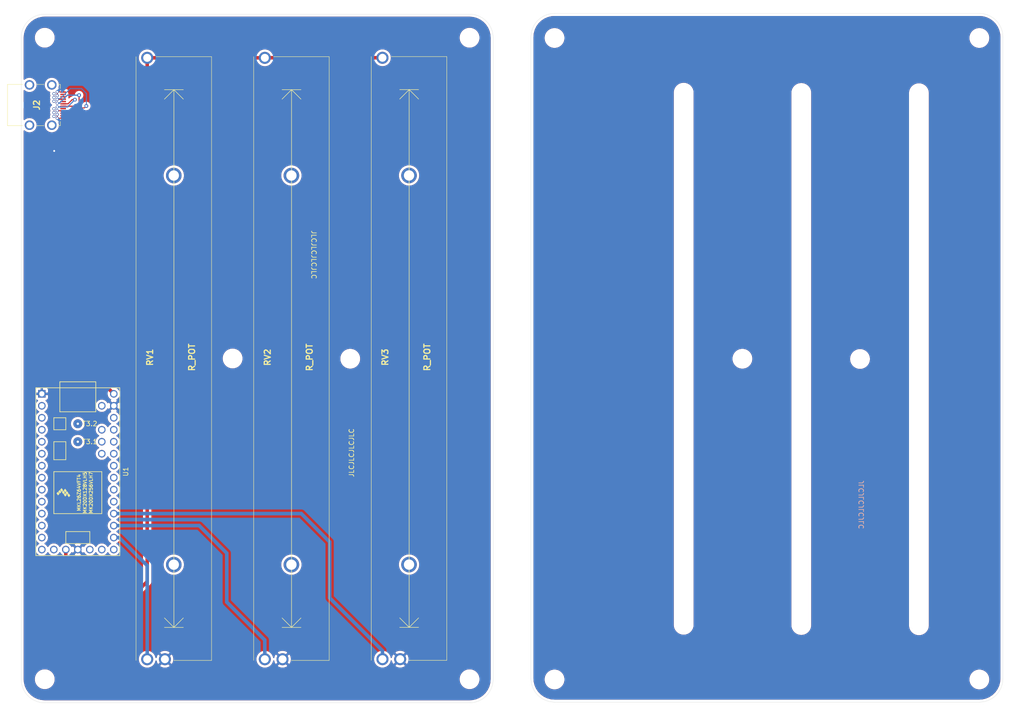
<source format=kicad_pcb>
(kicad_pcb (version 20211014) (generator pcbnew)
  (title_block (title "Faderbox 100mm") (date "2020-03-05") (rev "Rev 3"))
  (layers (0 "F.Cu" signal) (31 "B.Cu" signal) (34 "B.Paste" user) (35 "F.Paste" user) (36 "B.SilkS" user "B.Silkscreen") (37 "F.SilkS" user "F.Silkscreen") (38 "B.Mask" user) (39 "F.Mask" user) (44 "Edge.Cuts" user))
  (net 0 "")
  (net 1 "GND")
  (net 2 "+5V")
  (net 3 "Net-(U1-Pad18)")
  (net 4 "Net-(U1-Pad19)")
  (net 5 "Net-(U1-Pad20)")
  (net 6 "Net-(U1-Pad14)")
  (net 7 "Net-(U1-Pad24)")
  (net 8 "Net-(U1-Pad25)")
  (net 9 "Net-(U1-Pad26)")
  (net 10 "Net-(U1-Pad27)")
  (net 11 "Net-(U1-Pad28)")
  (net 12 "Net-(U1-Pad29)")
  (net 13 "Net-(U1-Pad30)")
  (net 14 "Net-(U1-Pad31)")
  (net 15 "Net-(U1-Pad34)")
  (net 16 "Net-(U1-Pad35)")
  (net 17 "Net-(U1-Pad36)")
  (net 18 "Net-(U1-Pad37)")
  (net 19 "Net-(U1-Pad13)")
  (net 20 "Net-(U1-Pad12)")
  (net 21 "Net-(U1-Pad11)")
  (net 22 "Net-(U1-Pad10)")
  (net 23 "Net-(U1-Pad9)")
  (net 24 "Net-(U1-Pad8)")
  (net 25 "Net-(U1-Pad7)")
  (net 26 "Net-(U1-Pad6)")
  (net 27 "Net-(U1-Pad5)")
  (net 28 "Net-(U1-Pad4)")
  (net 29 "Net-(U1-Pad3)")
  (net 30 "Net-(U1-Pad2)")
  (net 31 "/ADC_1")
  (net 32 "/ADC_2")
  (net 33 "/ADC_3")
  (net 34 "Net-(U1-Pad15)")
  (net 35 "/D+")
  (net 36 "/D-")
  (net 37 "Net-(J2-PadB11)")
  (net 38 "Net-(J2-PadB10)")
  (net 39 "Net-(J2-PadB8)")
  (net 40 "Net-(J2-PadB5)")
  (net 41 "Net-(J2-PadB3)")
  (net 42 "Net-(J2-PadB2)")
  (net 43 "Net-(J2-PadA11)")
  (net 44 "Net-(J2-PadA10)")
  (net 45 "Net-(J2-PadA8)")
  (net 46 "Net-(J2-PadA5)")
  (net 47 "Net-(J2-PadA3)")
  (net 48 "Net-(J2-PadA2)")
  (net 49 "Net-(J2-Pad8)")
  (net 50 "Net-(J2-Pad7)")
  (net 51 "Net-(J2-Pad6)")
  (net 52 "Net-(J2-Pad5)")
  (net 53 "Net-(J2-Pad4)")
  (net 54 "Net-(J2-Pad3)")
  (net 55 "+3V3")
  (footprint "SamacSys_Parts:632723300011" (layer "F.Cu") (at 88 59.27 -90)
    (fp_text reference "J2" (at 0 -0.3 90) (layer "F.SilkS") (effects (font (size 1.27 1.27) (thickness 0.254))))
    (fp_text value "632723300011" hide)
    (fp_line (start -4.37 -0.305) (end -4.37 -1.805) (layer "F.SilkS") (width 0.1))
    (fp_line (start -4.37 2.695) (end -4.37 5.895) (layer "F.SilkS") (width 0.1))
    (fp_line (start -4.37 -4.805) (end -4.37 -5.305) (layer "F.SilkS") (width 0.1))
    (fp_line (start -4.37 -5.305) (end -3.5 -5.305) (layer "F.SilkS") (width 0.1))
    (fp_line (start 4.37 -5.305) (end 3.5 -5.305) (layer "F.SilkS") (width 0.1))
    (fp_line (start -4.37 5.895) (end 4.37 5.895) (layer "F.SilkS") (width 0.1))
    (fp_line (start 4.37 5.895) (end 4.37 2.695) (layer "F.SilkS") (width 0.1))
    (fp_line (start 4.37 -4.805) (end 4.37 -5.305) (layer "F.SilkS") (width 0.1))
    (fp_line (start 4.37 -0.305) (end 4.37 -1.805) (layer "F.SilkS") (width 0.1))
    (pad "1" thru_hole circle locked (at 2 -4.645 270) (size 0.65 0.65) (drill 0.4) (layers *.Cu *.Mask) (net 1 "GND"))
    (pad "2" thru_hole circle locked (at -2 -4.645 270) (size 0.65 0.65) (drill 0.4) (layers *.Cu *.Mask) (net 1 "GND"))
    (pad "3" thru_hole circle locked (at 4.27 -3.495 270) (size 2.012 2.012) (drill 1.3416) (layers *.Cu *.Mask) (net 54 "Net-(J2-Pad3)"))
    (pad "4" thru_hole circle locked (at -4.27 -3.495 270) (size 2.012 2.012) (drill 1.3416) (layers *.Cu *.Mask) (net 53 "Net-(J2-Pad4)"))
    (pad "5" thru_hole circle locked (at 4.27 1.235 270) (size 2.012 2.012) (drill 1.3416) (layers *.Cu *.Mask) (net 52 "Net-(J2-Pad5)"))
    (pad "6" thru_hole circle locked (at -4.27 1.235 270) (size 2.012 2.012) (drill 1.3416) (layers *.Cu *.Mask) (net 51 "Net-(J2-Pad6)"))
    (pad "7" smd rect locked (at 0 -1.315 270) (size 0.2 1) (layers "F.Cu" "F.Paste" "F.Mask") (net 50 "Net-(J2-Pad7)"))
    (pad "8" smd rect locked (at 0 1.785 270) (size 0.2 1) (layers "F.Cu" "F.Paste" "F.Mask") (net 49 "Net-(J2-Pad8)"))
    (pad "A1" smd rect locked (at -2.75 -5.895 270) (size 0.3 1.2) (layers "F.Cu" "F.Paste" "F.Mask") (net 1 "GND"))
    (pad "A2" smd rect locked (at -2.25 -5.895 270) (size 0.3 1.2) (layers "F.Cu" "F.Paste" "F.Mask") (net 48 "Net-(J2-PadA2)"))
    (pad "A3" smd rect locked (at -1.75 -5.895 270) (size 0.3 1.2) (layers "F.Cu" "F.Paste" "F.Mask") (net 47 "Net-(J2-PadA3)"))
    (pad "A4" smd rect locked (at -1.25 -5.895 270) (size 0.3 1.2) (layers "F.Cu" "F.Paste" "F.Mask") (net 2 "+5V"))
    (pad "A5" smd rect locked (at -0.75 -5.895 270) (size 0.3 1.2) (layers "F.Cu" "F.Paste" "F.Mask") (net 46 "Net-(J2-PadA5)"))
    (pad "A6" smd rect locked (at -0.25 -5.895 270) (size 0.3 1.2) (layers "F.Cu" "F.Paste" "F.Mask") (net 35 "/D+"))
    (pad "A7" smd rect locked (at 0.25 -5.895 270) (size 0.3 1.2) (layers "F.Cu" "F.Paste" "F.Mask") (net 36 "/D-"))
    (pad "A8" smd rect locked (at 0.75 -5.895 270) (size 0.3 1.2) (layers "F.Cu" "F.Paste" "F.Mask") (net 45 "Net-(J2-PadA8)"))
    (pad "A9" smd rect locked (at 1.25 -5.895 270) (size 0.3 1.2) (layers "F.Cu" "F.Paste" "F.Mask") (net 2 "+5V"))
    (pad "A10" smd rect locked (at 1.75 -5.895 270) (size 0.3 1.2) (layers "F.Cu" "F.Paste" "F.Mask") (net 44 "Net-(J2-PadA10)"))
    (pad "A11" smd rect locked (at 2.25 -5.895 270) (size 0.3 1.2) (layers "F.Cu" "F.Paste" "F.Mask") (net 43 "Net-(J2-PadA11)"))
    (pad "A12" smd rect locked (at 2.75 -5.895 270) (size 0.3 1.2) (layers "F.Cu" "F.Paste" "F.Mask") (net 1 "GND"))
    (pad "B1" thru_hole circle locked (at 2.8 -4.645 270) (size 0.65 0.65) (drill 0.4) (layers *.Cu *.Mask) (net 1 "GND"))
    (pad "B2" thru_hole circle locked (at 2.4 -3.945 270) (size 0.65 0.65) (drill 0.4) (layers *.Cu *.Mask) (net 42 "Net-(J2-PadB2)"))
    (pad "B3" thru_hole circle locked (at 1.6 -3.945 270) (size 0.65 0.65) (drill 0.4) (layers *.Cu *.Mask) (net 41 "Net-(J2-PadB3)"))
    (pad "B4" thru_hole circle locked (at 1.2 -4.645 270) (size 0.65 0.65) (drill 0.4) (layers *.Cu *.Mask) (net 2 "+5V"))
    (pad "B5" thru_hole circle locked (at 0.8 -3.945 270) (size 0.65 0.65) (drill 0.4) (layers *.Cu *.Mask) (net 40 "Net-(J2-PadB5)"))
    (pad "B6" thru_hole circle locked (at 0.4 -4.645 270) (size 0.65 0.65) (drill 0.4) (layers *.Cu *.Mask) (net 35 "/D+"))
    (pad "B7" thru_hole circle locked (at -0.4 -4.645 270) (size 0.65 0.65) (drill 0.4) (layers *.Cu *.Mask) (net 36 "/D-"))
    (pad "B8" thru_hole circle locked (at -0.8 -3.945 270) (size 0.65 0.65) (drill 0.4) (layers *.Cu *.Mask) (net 39 "Net-(J2-PadB8)"))
    (pad "B9" thru_hole circle locked (at -1.2 -4.645 270) (size 0.65 0.65) (drill 0.4) (layers *.Cu *.Mask) (net 2 "+5V"))
    (pad "B10" thru_hole circle locked (at -1.6 -3.945 270) (size 0.65 0.65) (drill 0.4) (layers *.Cu *.Mask) (net 38 "Net-(J2-PadB10)"))
    (pad "B11" thru_hole circle locked (at -2.4 -3.945 270) (size 0.65 0.65) (drill 0.4) (layers *.Cu *.Mask) (net 37 "Net-(J2-PadB11)"))
    (pad "B12" thru_hole circle locked (at -2.8 -4.645 270) (size 0.65 0.65) (drill 0.4) (layers *.Cu *.Mask) (net 1 "GND"))
  )
  (footprint "teensy:Teensy30_31_32_LC" (layer "F.Cu") (at 97 137 -90)
    (fp_text reference "U1" (at 0 -10.16 90) (layer "F.SilkS"))
    (fp_text value "Teensy-LC")
    (fp_text user "T3.1" (at -6.35 -2.54) (layer "F.SilkS"))
    (fp_text user "MKL26Z64VFT4" (at 4.445 -0.254 90) (layer "F.SilkS") (effects (font (size 0.7 0.7))))
    (fp_text user "MK20DX256VLH7" (at 4.445 -2.794 90) (layer "F.SilkS") (effects (font (size 0.7 0.7))))
    (fp_text user "MK20DX128VLH5" (at 4.445 -1.524 90) (layer "F.SilkS") (effects (font (size 0.7 0.7))))
    (fp_text user "T3.2" (at -10.16 -2.54) (layer "F.SilkS"))
    (fp_line (start 12.7 2.54) (end 12.7 -2.54) (layer "F.SilkS") (width 0.15))
    (fp_line (start 12.7 -2.54) (end 15.24 -2.54) (layer "F.SilkS") (width 0.15))
    (fp_line (start -12.7 3.81) (end -12.7 -3.81) (layer "F.SilkS") (width 0.15))
    (fp_line (start 0 -5.08) (end 0 5.08) (layer "F.SilkS") (width 0.15))
    (fp_line (start -2.54 5.08) (end -2.54 2.54) (layer "F.SilkS") (width 0.15))
    (fp_line (start -17.78 -8.89) (end 17.78 -8.89) (layer "F.SilkS") (width 0.15))
    (fp_line (start 8.89 5.08) (end 8.89 -5.08) (layer "F.SilkS") (width 0.15))
    (fp_line (start 8.89 5.08) (end 0 5.08) (layer "F.SilkS") (width 0.15))
    (fp_line (start -2.54 2.54) (end -6.35 2.54) (layer "F.SilkS") (width 0.15))
    (fp_line (start -19.05 -3.81) (end -17.78 -3.81) (layer "F.SilkS") (width 0.15))
    (fp_line (start 17.78 -8.89) (end 17.78 8.89) (layer "F.SilkS") (width 0.15))
    (fp_line (start -12.7 3.81) (end -17.78 3.81) (layer "F.SilkS") (width 0.15))
    (fp_line (start -6.35 5.08) (end -2.54 5.08) (layer "F.SilkS") (width 0.15))
    (fp_line (start -11.43 2.54) (end -11.43 5.08) (layer "F.SilkS") (width 0.15))
    (fp_line (start -8.89 2.54) (end -11.43 2.54) (layer "F.SilkS") (width 0.15))
    (fp_line (start 15.24 -2.54) (end 15.24 2.54) (layer "F.SilkS") (width 0.15))
    (fp_line (start -6.35 2.54) (end -6.35 5.08) (layer "F.SilkS") (width 0.15))
    (fp_line (start -8.89 5.08) (end -8.89 2.54) (layer "F.SilkS") (width 0.15))
    (fp_line (start -19.05 3.81) (end -19.05 -3.81) (layer "F.SilkS") (width 0.15))
    (fp_line (start -17.78 3.81) (end -19.05 3.81) (layer "F.SilkS") (width 0.15))
    (fp_line (start -17.78 8.89) (end -17.78 -8.89) (layer "F.SilkS") (width 0.15))
    (fp_line (start -11.43 5.08) (end -8.89 5.08) (layer "F.SilkS") (width 0.15))
    (fp_line (start -12.7 -3.81) (end -17.78 -3.81) (layer "F.SilkS") (width 0.15))
    (fp_line (start 8.89 -5.08) (end 0 -5.08) (layer "F.SilkS") (width 0.15))
    (fp_line (start 17.78 8.89) (end -17.78 8.89) (layer "F.SilkS") (width 0.15))
    (fp_line (start 15.24 2.54) (end 12.7 2.54) (layer "F.SilkS") (width 0.15))
    (fp_poly (pts (xy 4.191 4.064) (xy 3.937 3.81) (xy 4.318 3.556) (xy 4.572 3.81)) (layer "F.SilkS") (width 0.1) (fill solid))
    (fp_poly (pts (xy 3.81 3.683) (xy 3.556 3.429) (xy 3.937 3.175) (xy 4.191 3.429)) (layer "F.SilkS") (width 0.1) (fill solid))
    (fp_poly (pts (xy 4.318 3.302) (xy 4.064 3.048) (xy 4.445 2.794) (xy 4.699 3.048)) (layer "F.SilkS") (width 0.1) (fill solid))
    (fp_poly (pts (xy 4.572 4.445) (xy 4.318 4.191) (xy 4.699 3.937) (xy 4.953 4.191)) (layer "F.SilkS") (width 0.1) (fill solid))
    (fp_poly (pts (xy 4.953 2.159) (xy 4.699 1.905) (xy 5.08 1.651) (xy 5.334 1.905)) (layer "F.SilkS") (width 0.1) (fill solid))
    (fp_poly (pts (xy 4.826 2.921) (xy 4.572 2.667) (xy 4.953 2.413) (xy 5.207 2.667)) (layer "F.SilkS") (width 0.1) (fill solid))
    (fp_poly (pts (xy 3.937 2.921) (xy 3.683 2.667) (xy 4.064 2.413) (xy 4.318 2.667)) (layer "F.SilkS") (width 0.1) (fill solid))
    (fp_poly (pts (xy 4.445 2.54) (xy 4.191 2.286) (xy 4.572 2.032) (xy 4.826 2.286)) (layer "F.SilkS") (width 0.1) (fill solid))
    (pad "1" thru_hole rect locked (at -16.51 7.62 270) (size 1.6 1.6) (drill 1.1) (layers *.Cu *.Mask) (net 1 "GND"))
    (pad "2" thru_hole circle locked (at -13.97 7.62 270) (size 1.6 1.6) (drill 1.1) (layers *.Cu *.Mask) (net 30 "Net-(U1-Pad2)"))
    (pad "3" thru_hole circle locked (at -11.43 7.62 270) (size 1.6 1.6) (drill 1.1) (layers *.Cu *.Mask) (net 29 "Net-(U1-Pad3)"))
    (pad "4" thru_hole circle locked (at -8.89 7.62 270) (size 1.6 1.6) (drill 1.1) (layers *.Cu *.Mask) (net 28 "Net-(U1-Pad4)"))
    (pad "5" thru_hole circle locked (at -6.35 7.62 270) (size 1.6 1.6) (drill 1.1) (layers *.Cu *.Mask) (net 27 "Net-(U1-Pad5)"))
    (pad "6" thru_hole circle locked (at -3.81 7.62 270) (size 1.6 1.6) (drill 1.1) (layers *.Cu *.Mask) (net 26 "Net-(U1-Pad6)"))
    (pad "7" thru_hole circle locked (at -1.27 7.62 270) (size 1.6 1.6) (drill 1.1) (layers *.Cu *.Mask) (net 25 "Net-(U1-Pad7)"))
    (pad "8" thru_hole circle locked (at 1.27 7.62 270) (size 1.6 1.6) (drill 1.1) (layers *.Cu *.Mask) (net 24 "Net-(U1-Pad8)"))
    (pad "9" thru_hole circle locked (at 3.81 7.62 270) (size 1.6 1.6) (drill 1.1) (layers *.Cu *.Mask) (net 23 "Net-(U1-Pad9)"))
    (pad "10" thru_hole circle locked (at 6.35 7.62 270) (size 1.6 1.6) (drill 1.1) (layers *.Cu *.Mask) (net 22 "Net-(U1-Pad10)"))
    (pad "11" thru_hole circle locked (at 8.89 7.62 270) (size 1.6 1.6) (drill 1.1) (layers *.Cu *.Mask) (net 21 "Net-(U1-Pad11)"))
    (pad "12" thru_hole circle locked (at 11.43 7.62 270) (size 1.6 1.6) (drill 1.1) (layers *.Cu *.Mask) (net 20 "Net-(U1-Pad12)"))
    (pad "13" thru_hole circle locked (at 13.97 7.62 270) (size 1.6 1.6) (drill 1.1) (layers *.Cu *.Mask) (net 19 "Net-(U1-Pad13)"))
    (pad "14" thru_hole circle locked (at 16.51 7.62 270) (size 1.6 1.6) (drill 1.1) (layers *.Cu *.Mask) (net 6 "Net-(U1-Pad14)"))
    (pad "15" thru_hole circle locked (at 16.51 5.08 270) (size 1.6 1.6) (drill 1.1) (layers *.Cu *.Mask) (net 34 "Net-(U1-Pad15)"))
    (pad "16" thru_hole circle locked (at 16.51 2.54 270) (size 1.6 1.6) (drill 1.1) (layers *.Cu *.Mask) (net 55 "+3V3"))
    (pad "17" thru_hole circle locked (at 16.51 0 270) (size 1.6 1.6) (drill 1.1) (layers *.Cu *.Mask) (net 1 "GND"))
    (pad "18" thru_hole circle locked (at 16.51 -2.54 270) (size 1.6 1.6) (drill 1.1) (layers *.Cu *.Mask) (net 3 "Net-(U1-Pad18)"))
    (pad "19" thru_hole circle locked (at 16.51 -5.08 270) (size 1.6 1.6) (drill 1.1) (layers *.Cu *.Mask) (net 4 "Net-(U1-Pad19)"))
    (pad "20" thru_hole circle locked (at 16.51 -7.62 270) (size 1.6 1.6) (drill 1.1) (layers *.Cu *.Mask) (net 5 "Net-(U1-Pad20)"))
    (pad "21" thru_hole circle locked (at 13.97 -7.62 270) (size 1.6 1.6) (drill 1.1) (layers *.Cu *.Mask) (net 31 "/ADC_1"))
    (pad "22" thru_hole circle locked (at 11.43 -7.62 270) (size 1.6 1.6) (drill 1.1) (layers *.Cu *.Mask) (net 32 "/ADC_2"))
    (pad "23" thru_hole circle locked (at 8.89 -7.62 270) (size 1.6 1.6) (drill 1.1) (layers *.Cu *.Mask) (net 33 "/ADC_3"))
    (pad "24" thru_hole circle locked (at 6.35 -7.62 270) (size 1.6 1.6) (drill 1.1) (layers *.Cu *.Mask) (net 7 "Net-(U1-Pad24)"))
    (pad "25" thru_hole circle locked (at 3.81 -7.62 270) (size 1.6 1.6) (drill 1.1) (layers *.Cu *.Mask) (net 8 "Net-(U1-Pad25)"))
    (pad "26" thru_hole circle locked (at 1.27 -7.62 270) (size 1.6 1.6) (drill 1.1) (layers *.Cu *.Mask) (net 9 "Net-(U1-Pad26)"))
    (pad "27" thru_hole circle locked (at -1.27 -7.62 270) (size 1.6 1.6) (drill 1.1) (layers *.Cu *.Mask) (net 10 "Net-(U1-Pad27)"))
    (pad "28" thru_hole circle locked (at -3.81 -7.62 270) (size 1.6 1.6) (drill 1.1) (layers *.Cu *.Mask) (net 11 "Net-(U1-Pad28)"))
    (pad "29" thru_hole circle locked (at -6.35 -7.62 270) (size 1.6 1.6) (drill 1.1) (layers *.Cu *.Mask) (net 12 "Net-(U1-Pad29)"))
    (pad "30" thru_hole circle locked (at -8.89 -7.62 270) (size 1.6 1.6) (drill 1.1) (layers *.Cu *.Mask) (net 13 "Net-(U1-Pad30)"))
    (pad "31" thru_hole circle locked (at -11.43 -7.62 270) (size 1.6 1.6) (drill 1.1) (layers *.Cu *.Mask) (net 14 "Net-(U1-Pad31)"))
    (pad "32" thru_hole circle locked (at -13.97 -7.62 270) (size 1.6 1.6) (drill 1.1) (layers *.Cu *.Mask) (net 1 "GND"))
    (pad "33" thru_hole circle locked (at -16.51 -7.62 270) (size 1.6 1.6) (drill 1.1) (layers *.Cu *.Mask) (net 2 "+5V"))
    (pad "34" thru_hole circle locked (at -13.97 -5.08 270) (size 1.6 1.6) (drill 1.1) (layers *.Cu *.Mask) (net 15 "Net-(U1-Pad34)"))
    (pad "35" thru_hole circle locked (at -8.89 -5.08 270) (size 1.6 1.6) (drill 1.1) (layers *.Cu *.Mask) (net 16 "Net-(U1-Pad35)"))
    (pad "36" thru_hole circle locked (at -6.35 -5.08 270) (size 1.6 1.6) (drill 1.1) (layers *.Cu *.Mask) (net 17 "Net-(U1-Pad36)"))
    (pad "37" thru_hole circle locked (at -3.81 -5.08 270) (size 1.6 1.6) (drill 1.1) (layers *.Cu *.Mask) (net 18 "Net-(U1-Pad37)"))
    (pad "52" thru_hole circle locked (at -6.35 0 270) (size 1.9 1.9) (drill 0.5) (layers *.Cu *.Mask))
    (pad "52" thru_hole circle locked (at -10.16 0 270) (size 1.9 1.9) (drill 0.5) (layers *.Cu *.Mask))
  )
  (footprint "SamacSys_Parts:Alps_RSA0N111900Q" (layer "F.Cu") (at 167.2 113 90)
    (fp_text reference "RV3" (at 0.26 -5.08 90) (layer "F.SilkS") (effects (font (size 1.27 1.27) (thickness 0.254))))
    (fp_text value "R_POT" (at 0.26 3.81 90) (layer "F.SilkS") (effects (font (size 1.27 1.27) (thickness 0.254))))
    (fp_line (start -57 0) (end -55 -2) (layer "F.SilkS") (width 0.12))
    (fp_line (start -63.998 7.975) (end -63.998 -0.025) (layer "F.SilkS") (width 0.1))
    (fp_line (start -63.998 7.975) (end 64.002 7.975) (layer "F.SilkS") (width 0.1))
    (fp_line (start 57 0) (end 55 -2) (layer "F.SilkS") (width 0.12))
    (fp_line (start -63.998 -8.025) (end 64.002 -8.025) (layer "F.SilkS") (width 0.1))
    (fp_line (start 57 -2) (end 57 2) (layer "F.SilkS") (width 0.12))
    (fp_line (start -57 0) (end -55 2) (layer "F.SilkS") (width 0.12))
    (fp_line (start -57 2) (end -57 -2) (layer "F.SilkS") (width 0.12))
    (fp_line (start 64.002 7.975) (end 64.002 -3.775) (layer "F.SilkS") (width 0.1))
    (fp_line (start 57 0) (end 55 2) (layer "F.SilkS") (width 0.12))
    (fp_line (start -57 0) (end 57 0) (layer "F.SilkS") (width 0.12))
    (pad "1" thru_hole circle locked (at -63.748 -1.905 90) (size 2.55 2.55) (drill 1.7) (layers *.Cu *.Mask) (net 1 "GND"))
    (pad "2" thru_hole circle locked (at -63.748 -5.655 90) (size 2.55 2.55) (drill 1.7) (layers *.Cu *.Mask) (net 33 "/ADC_3"))
    (pad "3" thru_hole circle locked (at 63.752 -5.655 90) (size 2.55 2.55) (drill 1.7) (layers *.Cu *.Mask) (net 55 "+3V3"))
    (pad "4" thru_hole circle locked (at -43.698 -0.025 90) (size 3.3 3.3) (drill 2.2) (layers *.Cu *.Mask))
    (pad "5" thru_hole circle locked (at 38.802 -0.025 90) (size 3.3 3.3) (drill 2.2) (layers *.Cu *.Mask))
  )
  (footprint "SamacSys_Parts:Alps_RSA0N111900Q" (layer "F.Cu") (at 142.279 113.014 90)
    (fp_text reference "RV2" (at 0.26 -5.08 90) (layer "F.SilkS") (effects (font (size 1.27 1.27) (thickness 0.254))))
    (fp_text value "R_POT" (at 0.26 3.81 90) (layer "F.SilkS") (effects (font (size 1.27 1.27) (thickness 0.254))))
    (fp_line (start 64.002 7.975) (end 64.002 -3.775) (layer "F.SilkS") (width 0.1))
    (fp_line (start 57 0) (end 55 -2) (layer "F.SilkS") (width 0.12))
    (fp_line (start -57 2) (end -57 -2) (layer "F.SilkS") (width 0.12))
    (fp_line (start 57 -2) (end 57 2) (layer "F.SilkS") (width 0.12))
    (fp_line (start -57 0) (end -55 2) (layer "F.SilkS") (width 0.12))
    (fp_line (start -57 0) (end 57 0) (layer "F.SilkS") (width 0.12))
    (fp_line (start 57 0) (end 55 2) (layer "F.SilkS") (width 0.12))
    (fp_line (start -57 0) (end -55 -2) (layer "F.SilkS") (width 0.12))
    (fp_line (start -63.998 7.975) (end 64.002 7.975) (layer "F.SilkS") (width 0.1))
    (fp_line (start -63.998 7.975) (end -63.998 -0.025) (layer "F.SilkS") (width 0.1))
    (fp_line (start -63.998 -8.025) (end 64.002 -8.025) (layer "F.SilkS") (width 0.1))
    (pad "1" thru_hole circle locked (at -63.748 -1.905 90) (size 2.55 2.55) (drill 1.7) (layers *.Cu *.Mask) (net 1 "GND"))
    (pad "2" thru_hole circle locked (at -63.748 -5.655 90) (size 2.55 2.55) (drill 1.7) (layers *.Cu *.Mask) (net 32 "/ADC_2"))
    (pad "3" thru_hole circle locked (at 63.752 -5.655 90) (size 2.55 2.55) (drill 1.7) (layers *.Cu *.Mask) (net 55 "+3V3"))
    (pad "4" thru_hole circle locked (at -43.698 -0.025 90) (size 3.3 3.3) (drill 2.2) (layers *.Cu *.Mask))
    (pad "5" thru_hole circle locked (at 38.802 -0.025 90) (size 3.3 3.3) (drill 2.2) (layers *.Cu *.Mask))
  )
  (footprint "SamacSys_Parts:Alps_RSA0N111900Q" (layer "F.Cu") (at 117.359 113.014 90)
    (fp_text reference "RV1" (at 0.26 -5.08 90) (layer "F.SilkS") (effects (font (size 1.27 1.27) (thickness 0.254))))
    (fp_text value "R_POT" (at 0.26 3.81 90) (layer "F.SilkS") (effects (font (size 1.27 1.27) (thickness 0.254))))
    (fp_line (start 64.002 7.975) (end 64.002 -3.775) (layer "F.SilkS") (width 0.1))
    (fp_line (start -57 0) (end -55 -2) (layer "F.SilkS") (width 0.12))
    (fp_line (start -57 0) (end -55 2) (layer "F.SilkS") (width 0.12))
    (fp_line (start 57 0) (end 55 2) (layer "F.SilkS") (width 0.12))
    (fp_line (start -57 2) (end -57 -2) (layer "F.SilkS") (width 0.12))
    (fp_line (start -57 0) (end 57 0) (layer "F.SilkS") (width 0.12))
    (fp_line (start -63.998 -8.025) (end 64.002 -8.025) (layer "F.SilkS") (width 0.1))
    (fp_line (start -63.998 7.975) (end 64.002 7.975) (layer "F.SilkS") (width 0.1))
    (fp_line (start -63.998 7.975) (end -63.998 -0.025) (layer "F.SilkS") (width 0.1))
    (fp_line (start 57 -2) (end 57 2) (layer "F.SilkS") (width 0.12))
    (fp_line (start 57 0) (end 55 -2) (layer "F.SilkS") (width 0.12))
    (pad "1" thru_hole circle locked (at -63.748 -1.905 90) (size 2.55 2.55) (drill 1.7) (layers *.Cu *.Mask) (net 1 "GND"))
    (pad "2" thru_hole circle locked (at -63.748 -5.655 90) (size 2.55 2.55) (drill 1.7) (layers *.Cu *.Mask) (net 31 "/ADC_1"))
    (pad "3" thru_hole circle locked (at 63.752 -5.655 90) (size 2.55 2.55) (drill 1.7) (layers *.Cu *.Mask) (net 55 "+3V3"))
    (pad "4" thru_hole circle locked (at -43.698 -0.025 90) (size 3.3 3.3) (drill 2.2) (layers *.Cu *.Mask))
    (pad "5" thru_hole circle locked (at 38.802 -0.025 90) (size 3.3 3.3) (drill 2.2) (layers *.Cu *.Mask))
  )
  (footprint "MountingHole:MountingHole_3.2mm_M3_ISO7380" (layer "F.Cu") (at 225.36 113.0541 180)
    (fp_text reference "REF**" hide)
    (fp_text value "MountingHole_3.2mm_M3_ISO7380")
    (pad "" np_thru_hole oval locked (at 0 0 180) (size 3.2 116) (drill oval 3.2 116) (layers *.Cu *.Mask))
  )
  (footprint "MountingHole:MountingHole_3.2mm_M3_ISO7380" (layer "F.Cu") (at 250.28 113.1082 180)
    (fp_text reference "REF**" hide)
    (fp_text value "MountingHole_3.2mm_M3_ISO7380")
    (pad "" np_thru_hole oval locked (at 0 0 180) (size 3.2 116) (drill oval 3.2 116) (layers *.Cu *.Mask))
  )
  (footprint "MountingHole:MountingHole_3.2mm_M3_ISO7380" (layer "F.Cu") (at 275.2 113.1623 180)
    (fp_text reference "REF**" hide)
    (fp_text value "MountingHole_3.2mm_M3_ISO7380")
    (pad "" np_thru_hole oval locked (at 0 0 180) (size 3.2 116) (drill oval 3.2 116) (layers *.Cu *.Mask))
  )
  (footprint "MountingHole:MountingHole_3.2mm_M3" (layer "F.Cu") (at 154.72 113.0541)
    (fp_text reference "REF**" hide)
    (fp_text value "MountingHole_3.2mm_M3")
    (pad "" np_thru_hole circle locked (at 0 0) (size 3.2 3.2) (drill 3.2) (layers *.Cu *.Mask))
  )
  (footprint "MountingHole:MountingHole_3.2mm_M3" (layer "F.Cu") (at 237.8 113.0541)
    (fp_text reference "REF**" hide)
    (fp_text value "MountingHole_3.2mm_M3")
    (pad "" np_thru_hole circle locked (at 0 0) (size 3.2 3.2) (drill 3.2) (layers *.Cu *.Mask))
  )
  (footprint "MountingHole:MountingHole_3.2mm_M3" (layer "F.Cu") (at 262.72 113.1082)
    (fp_text reference "REF**" hide)
    (fp_text value "MountingHole_3.2mm_M3")
    (pad "" np_thru_hole circle locked (at 0 0) (size 3.2 3.2) (drill 3.2) (layers *.Cu *.Mask))
  )
  (footprint "MountingHole:MountingHole_3.2mm_M3" (layer "F.Cu") (at 129.8 113)
    (fp_text reference "REF**" hide)
    (fp_text value "MountingHole_3.2mm_M3")
    (pad "" np_thru_hole circle locked (at 0 0) (size 3.2 3.2) (drill 3.2) (layers *.Cu *.Mask))
  )
  (footprint "MountingHole:MountingHole_3.2mm_M3" (layer "F.Cu") (at 90 45)
    (fp_text reference "REF**" hide)
    (fp_text value "MountingHole_3.2mm_M3")
    (pad "" np_thru_hole circle locked (at 0 0) (size 3.2 3.2) (drill 3.2) (layers *.Cu *.Mask))
  )
  (footprint "MountingHole:MountingHole_3.2mm_M3" (layer "F.Cu") (at 180 45)
    (fp_text reference "REF**" hide)
    (fp_text value "MountingHole_3.2mm_M3")
    (pad "" np_thru_hole circle locked (at 0 0) (size 3.2 3.2) (drill 3.2) (layers *.Cu *.Mask))
  )
  (footprint "MountingHole:MountingHole_3.2mm_M3" (layer "F.Cu") (at 180 181)
    (fp_text reference "REF**" hide)
    (fp_text value "MountingHole_3.2mm_M3")
    (pad "" np_thru_hole circle locked (at 0 0) (size 3.2 3.2) (drill 3.2) (layers *.Cu *.Mask))
  )
  (footprint "MountingHole:MountingHole_3.2mm_M3" (layer "F.Cu") (at 90 181)
    (fp_text reference "REF**" hide)
    (fp_text value "MountingHole_3.2mm_M3")
    (pad "" np_thru_hole circle locked (at 0 0) (size 3.2 3.2) (drill 3.2) (layers *.Cu *.Mask))
  )
  (footprint "MountingHole:MountingHole_3.2mm_M3" (layer "F.Cu") (at 288 45.0541)
    (fp_text reference "REF**" hide)
    (fp_text value "MountingHole_3.2mm_M3")
    (pad "" np_thru_hole circle locked (at 0 0) (size 3.2 3.2) (drill 3.2) (layers *.Cu *.Mask))
  )
  (footprint "MountingHole:MountingHole_3.2mm_M3" (layer "F.Cu") (at 288 181.0541)
    (fp_text reference "REF**" hide)
    (fp_text value "MountingHole_3.2mm_M3")
    (pad "" np_thru_hole circle locked (at 0 0) (size 3.2 3.2) (drill 3.2) (layers *.Cu *.Mask))
  )
  (footprint "MountingHole:MountingHole_3.2mm_M3" (layer "F.Cu") (at 198 181.0541)
    (fp_text reference "REF**" hide)
    (fp_text value "MountingHole_3.2mm_M3")
    (pad "" np_thru_hole circle locked (at 0 0) (size 3.2 3.2) (drill 3.2) (layers *.Cu *.Mask))
  )
  (footprint "MountingHole:MountingHole_3.2mm_M3" (layer "F.Cu") (at 198 45.0541)
    (fp_text reference "REF**" hide)
    (fp_text value "MountingHole_3.2mm_M3")
    (pad "" np_thru_hole circle locked (at 0 0) (size 3.2 3.2) (drill 3.2) (layers *.Cu *.Mask))
  )
  (gr_arc (start 85 45) (mid 86.464466 41.464466) (end 90 40) (layer "Edge.Cuts") (width 0.05))
  (gr_arc (start 180 40) (mid 183.535534 41.464466) (end 185 45) (layer "Edge.Cuts") (width 0.05))
  (gr_arc (start 90 186) (mid 86.464466 184.535534) (end 85 181) (layer "Edge.Cuts") (width 0.05))
  (gr_arc (start 185 181) (mid 183.535534 184.535534) (end 180 186) (layer "Edge.Cuts") (width 0.05))
  (gr_line (start 90 40) (end 180 40) (layer "Edge.Cuts") (width 0.05))
  (gr_line (start 185 45) (end 185 181) (layer "Edge.Cuts") (width 0.05))
  (gr_line (start 180 186) (end 90 186) (layer "Edge.Cuts") (width 0.05))
  (gr_line (start 85 181) (end 85 45) (layer "Edge.Cuts") (width 0.05))
  (gr_arc (start 288 39.8541) (mid 291.535534 41.318566) (end 293 44.8541) (layer "Edge.Cuts") (width 0.05))
  (gr_arc (start 293 180.8541) (mid 291.535534 184.389634) (end 288 185.8541) (layer "Edge.Cuts") (width 0.05))
  (gr_line (start 293 44.8541) (end 293 180.8541) (layer "Edge.Cuts") (width 0.05))
  (gr_line (start 288 185.8541) (end 198 185.8541) (layer "Edge.Cuts") (width 0.05))
  (gr_line (start 198 39.8541) (end 288 39.8541) (layer "Edge.Cuts") (width 0.05))
  (gr_line (start 193 180.8541) (end 193 44.8541) (layer "Edge.Cuts") (width 0.05))
  (gr_arc (start 198 185.8541) (mid 194.464466 184.389634) (end 193 180.8541) (layer "Edge.Cuts") (width 0.05))
  (gr_arc (start 193 44.8541) (mid 194.464466 41.318566) (end 198 39.8541) (layer "Edge.Cuts") (width 0.05))
  (gr_text "JLCJLCJLCJLC" (at 263 144 90) (layer "B.SilkS") (effects (font (size 1 1)) (justify mirror)))
  (gr_text "JLCJLCJLCJLC" (at 155 133 90) (layer "F.SilkS") (effects (font (size 1 1))))
  (gr_text "JLCJLCJLCJLC" (at 147 91 270) (layer "F.SilkS") (effects (font (size 1 1))))
  (segment (start 92.645 56.47) (end 93.845 56.47) (width 0.2) (layer "F.Cu") (net 1))
  (segment (start 93.895 62.02) (end 93.895 67.105) (width 0.25) (layer "F.Cu") (net 1))
  (segment (start 92.645 57.27) (end 92.645 56.47) (width 0.2) (layer "F.Cu") (net 1))
  (segment (start 93.895 67.105) (end 92 69) (width 0.25) (layer "F.Cu") (net 1))
  (segment (start 93.845 56.47) (end 93.895 56.52) (width 0.2) (layer "F.Cu") (net 1))
  (segment (start 92.645 62.07) (end 93.845 62.07) (width 0.2) (layer "F.Cu") (net 1))
  (segment (start 93.845 62.07) (end 93.895 62.02) (width 0.2) (layer "F.Cu") (net 1))
  (segment (start 92.645 61.27) (end 92.645 62.07) (width 0.2) (layer "F.Cu") (net 1))
  (via (at 92 69) (size 0.8) (drill 0.4) (layers "F.Cu" "B.Cu") (net 1))
  (segment (start 97.185301 59.874099) (end 95.6422 61.4172) (width 0.2) (layer "F.Cu") (net 2))
  (segment (start 92.645 60.47) (end 93.845 60.47) (width 0.2) (layer "F.Cu") (net 2))
  (segment (start 95.6422 111.5122) (end 104.62 120.49) (width 0.75) (layer "F.Cu") (net 2))
  (segment (start 98.806 59.4741) (end 98.406001 59.874099) (width 0.2) (layer "F.Cu") (net 2))
  (segment (start 95.6422 61.4172) (end 95.6422 111.5122) (width 0.75) (layer "F.Cu") (net 2))
  (segment (start 92.645 58.07) (end 93.845 58.07) (width 0.2) (layer "F.Cu") (net 2))
  (segment (start 93.895 60.52) (end 94.745 60.52) (width 0.25) (layer "F.Cu") (net 2))
  (segment (start 93.845 60.47) (end 93.895 60.52) (width 0.2) (layer "F.Cu") (net 2))
  (segment (start 93.845 58.07) (end 93.895 58.02) (width 0.2) (layer "F.Cu") (net 2))
  (segment (start 98.406001 59.874099) (end 97.185301 59.874099) (width 0.2) (layer "F.Cu") (net 2))
  (segment (start 94.745 60.52) (end 95.6422 61.4172) (width 0.25) (layer "F.Cu") (net 2))
  (via (at 98.806 59.4741) (size 0.8) (drill 0.4) (layers "F.Cu" "B.Cu") (net 2))
  (segment (start 92.645 58.07) (end 92.645 58.0405) (width 0.2) (layer "B.Cu") (net 2))
  (segment (start 92.645 58.0405) (end 92.790499 57.895001) (width 0.2) (layer "B.Cu") (net 2))
  (segment (start 98.8187 59.4614) (end 98.806 59.4741) (width 0.2) (layer "B.Cu") (net 2))
  (segment (start 98.8187 56.8071) (end 98.8187 59.4614) (width 0.2) (layer "B.Cu") (net 2))
  (segment (start 92.790499 57.895001) (end 93.298499 57.895001) (width 0.2) (layer "B.Cu") (net 2))
  (segment (start 95.4024 55.7911) (end 97.8027 55.7911) (width 0.2) (layer "B.Cu") (net 2))
  (segment (start 97.8027 55.7911) (end 98.8187 56.8071) (width 0.2) (layer "B.Cu") (net 2))
  (segment (start 93.298499 57.895001) (end 95.4024 55.7911) (width 0.2) (layer "B.Cu") (net 2))
  (segment (start 111.704 156.91243) (end 111.704 176.762) (width 0.75) (layer "B.Cu") (net 31))
  (segment (start 105.75137 150.97) (end 105.75647 150.9649) (width 0.75) (layer "B.Cu") (net 31))
  (segment (start 104.62 150.97) (end 105.75137 150.97) (width 0.75) (layer "B.Cu") (net 31))
  (segment (start 105.75647 150.9649) (end 111.704 156.91243) (width 0.75) (layer "B.Cu") (net 31))
  (segment (start 136.6139 172.698898) (end 128.5621 164.647098) (width 0.75) (layer "B.Cu") (net 32))
  (segment (start 122.7125 148.43) (end 104.62 148.43) (width 0.75) (layer "B.Cu") (net 32))
  (segment (start 128.5621 154.2796) (end 122.7125 148.43) (width 0.75) (layer "B.Cu") (net 32))
  (segment (start 136.624 174.958878) (end 136.6139 174.948778) (width 0.75) (layer "B.Cu") (net 32))
  (segment (start 136.624 176.762) (end 136.624 174.958878) (width 0.75) (layer "B.Cu") (net 32))
  (segment (start 136.6139 174.948778) (end 136.6139 172.698898) (width 0.75) (layer "B.Cu") (net 32))
  (segment (start 128.5621 164.647098) (end 128.5621 154.2796) (width 0.75) (layer "B.Cu") (net 32))
  (segment (start 161.545 176.748) (end 161.545 174.944878) (width 0.75) (layer "B.Cu") (net 33))
  (segment (start 150.3553 163.755178) (end 150.3553 151.892) (width 0.75) (layer "B.Cu") (net 33))
  (segment (start 144.3533 145.89) (end 104.62 145.89) (width 0.75) (layer "B.Cu") (net 33))
  (segment (start 161.545 174.944878) (end 150.3553 163.755178) (width 0.75) (layer "B.Cu") (net 33))
  (segment (start 150.3553 151.892) (end 144.3533 145.89) (width 0.75) (layer "B.Cu") (net 33))
  (segment (start 95.814615 58.1279) (end 94.922515 59.02) (width 0.25) (layer "F.Cu") (net 35))
  (segment (start 94.745 59.02) (end 93.895 59.02) (width 0.25) (layer "F.Cu") (net 35))
  (segment (start 94.922515 59.02) (end 94.745 59.02) (width 0.25) (layer "F.Cu") (net 35))
  (segment (start 96.3803 58.1279) (end 95.814615 58.1279) (width 0.25) (layer "F.Cu") (net 35))
  (via (at 96.3803 58.1279) (size 0.8) (drill 0.4) (layers "F.Cu" "B.Cu") (net 35))
  (segment (start 92.645 59.67) (end 94.8382 59.67) (width 0.25) (layer "B.Cu") (net 35))
  (segment (start 94.8382 59.67) (end 96.3803 58.1279) (width 0.25) (layer "B.Cu") (net 35))
  (segment (start 97.2693 58.928) (end 96.6773 59.52) (width 0.25) (layer "F.Cu") (net 36))
  (segment (start 96.6773 59.52) (end 93.895 59.52) (width 0.25) (layer "F.Cu") (net 36))
  (segment (start 97.2693 57.1754) (end 97.2693 58.928) (width 0.25) (layer "F.Cu") (net 36))
  (via (at 97.2693 57.1754) (size 0.8) (drill 0.4) (layers "F.Cu" "B.Cu") (net 36))
  (segment (start 97.2693 57.1754) (end 97.2693 57.1754) (width 0.25) (layer "B.Cu") (net 36))
  (segment (start 93.104619 58.87) (end 94.799219 57.1754) (width 0.25) (layer "B.Cu") (net 36))
  (segment (start 94.799219 57.1754) (end 97.2693 57.1754) (width 0.25) (layer "B.Cu") (net 36))
  (segment (start 92.645 58.87) (end 93.104619 58.87) (width 0.25) (layer "B.Cu") (net 36))
  (segment (start 100 165) (end 107 165) (width 0.75) (layer "F.Cu") (net 55))
  (segment (start 111.704 160.296) (end 111.704 49.262) (width 0.75) (layer "F.Cu") (net 55))
  (segment (start 113.507122 49.262) (end 136.624 49.262) (width 0.75) (layer "F.Cu") (net 55))
  (segment (start 107 165) (end 111.704 160.296) (width 0.75) (layer "F.Cu") (net 55))
  (segment (start 111.704 49.262) (end 113.507122 49.262) (width 0.75) (layer "F.Cu") (net 55))
  (segment (start 94.46 153.51) (end 94.46 159.46) (width 0.75) (layer "F.Cu") (net 55))
  (segment (start 161.545 49.248) (end 136.638 49.248) (width 0.75) (layer "F.Cu") (net 55))
  (segment (start 94.46 159.46) (end 100 165) (width 0.75) (layer "F.Cu") (net 55))
  (segment (start 136.638 49.248) (end 136.624 49.262) (width 0.75) (layer "F.Cu") (net 55))
  (zone (net 0) (net_name "") (layer "F.Cu") (connect_pads (clearance 0.508)) (min_thickness 0.254) (fill yes (thermal_gap 0.508) (thermal_bridge_width 0.508))
    (polygon (pts (xy 295 188) (xy 191 188) (xy 191 37) (xy 295 37)))
  )
  (zone (net 1) (net_name "GND") (layer "F.Cu") (connect_pads (clearance 0.508)) (min_thickness 0.254) (fill yes (thermal_gap 0.508) (thermal_bridge_width 0.508))
    (polygon (pts (xy 187 188) (xy 83 188) (xy 83 37) (xy 187 37)))
  )
  (zone (net 0) (net_name "") (layer "B.Cu") (connect_pads (clearance 0.508)) (min_thickness 0.254) (fill yes (thermal_gap 0.508) (thermal_bridge_width 0.508))
    (polygon (pts (xy 295 188) (xy 191 188) (xy 191 37) (xy 295 37)))
  )
  (zone (net 1) (net_name "GND") (layer "B.Cu") (connect_pads (clearance 0.508)) (min_thickness 0.254) (fill yes (thermal_gap 0.508) (thermal_bridge_width 0.508))
    (polygon (pts (xy 187 188) (xy 83 188) (xy 83 37) (xy 187 37)))
  )
)
</source>
